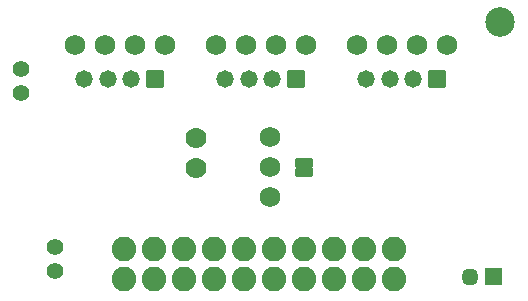
<source format=gbs>
%TF.GenerationSoftware,KiCad,Pcbnew,(5.1.9)-1*%
%TF.CreationDate,2021-02-11T09:32:34-08:00*%
%TF.ProjectId,KNH002rev4,4b4e4830-3032-4726-9576-342e6b696361,rev?*%
%TF.SameCoordinates,Original*%
%TF.FileFunction,Soldermask,Bot*%
%TF.FilePolarity,Negative*%
%FSLAX46Y46*%
G04 Gerber Fmt 4.6, Leading zero omitted, Abs format (unit mm)*
G04 Created by KiCad (PCBNEW (5.1.9)-1) date 2021-02-11 09:32:34*
%MOMM*%
%LPD*%
G01*
G04 APERTURE LIST*
%ADD10C,1.727200*%
%ADD11C,1.473200*%
%ADD12O,1.451600X1.451600*%
%ADD13C,2.501600*%
%ADD14C,1.422400*%
%ADD15C,1.778000*%
%ADD16C,2.082800*%
G04 APERTURE END LIST*
D10*
%TO.C,U2*%
X149326500Y-108757800D03*
X149326500Y-106217800D03*
X149326500Y-103677800D03*
%TD*%
D11*
%TO.C,J1*%
X133601100Y-98775600D03*
X135601100Y-98775600D03*
X137601100Y-98775600D03*
G36*
G01*
X140337700Y-98140600D02*
X140337700Y-99410600D01*
G75*
G02*
X140236100Y-99512200I-101600J0D01*
G01*
X138966100Y-99512200D01*
G75*
G02*
X138864500Y-99410600I0J101600D01*
G01*
X138864500Y-98140600D01*
G75*
G02*
X138966100Y-98039000I101600J0D01*
G01*
X140236100Y-98039000D01*
G75*
G02*
X140337700Y-98140600I0J-101600D01*
G01*
G37*
%TD*%
D12*
%TO.C,J10*%
X166275000Y-115506500D03*
G36*
G01*
X167600000Y-114780700D02*
X168950000Y-114780700D01*
G75*
G02*
X169000800Y-114831500I0J-50800D01*
G01*
X169000800Y-116181500D01*
G75*
G02*
X168950000Y-116232300I-50800J0D01*
G01*
X167600000Y-116232300D01*
G75*
G02*
X167549200Y-116181500I0J50800D01*
G01*
X167549200Y-114831500D01*
G75*
G02*
X167600000Y-114780700I50800J0D01*
G01*
G37*
%TD*%
D13*
%TO.C,J11*%
X168833700Y-93924200D03*
%TD*%
D14*
%TO.C,J9*%
X128244500Y-97937400D03*
X128244500Y-99937402D03*
%TD*%
D15*
%TO.C,C1*%
X143078100Y-103728600D03*
X143078100Y-106268600D03*
%TD*%
D14*
%TO.C,J8*%
X131089300Y-113006199D03*
X131089300Y-115006201D03*
%TD*%
D11*
%TO.C,J2*%
X145539100Y-98775600D03*
X147539100Y-98775600D03*
X149539100Y-98775600D03*
G36*
G01*
X152275700Y-98140600D02*
X152275700Y-99410600D01*
G75*
G02*
X152174100Y-99512200I-101600J0D01*
G01*
X150904100Y-99512200D01*
G75*
G02*
X150802500Y-99410600I0J101600D01*
G01*
X150802500Y-98140600D01*
G75*
G02*
X150904100Y-98039000I101600J0D01*
G01*
X152174100Y-98039000D01*
G75*
G02*
X152275700Y-98140600I0J-101600D01*
G01*
G37*
%TD*%
D16*
%TO.C,J4*%
X159842100Y-115666600D03*
X159842100Y-113126600D03*
X157302100Y-115666600D03*
X157302100Y-113126600D03*
X154762100Y-115666600D03*
X154762100Y-113126600D03*
X152222100Y-115666600D03*
X152222100Y-113126600D03*
X149682100Y-115666600D03*
X149682100Y-113126600D03*
X147142100Y-115666600D03*
X147142100Y-113126600D03*
X144602100Y-115666600D03*
X144602100Y-113126600D03*
X142062100Y-115666600D03*
X142062100Y-113126600D03*
X139522100Y-115666600D03*
X139522100Y-113126600D03*
X136982100Y-115666600D03*
X136982100Y-113126600D03*
%TD*%
D11*
%TO.C,J3*%
X157477100Y-98775600D03*
X159477100Y-98775600D03*
X161477100Y-98775600D03*
G36*
G01*
X164213700Y-98140600D02*
X164213700Y-99410600D01*
G75*
G02*
X164112100Y-99512200I-101600J0D01*
G01*
X162842100Y-99512200D01*
G75*
G02*
X162740500Y-99410600I0J101600D01*
G01*
X162740500Y-98140600D01*
G75*
G02*
X162842100Y-98039000I101600J0D01*
G01*
X164112100Y-98039000D01*
G75*
G02*
X164213700Y-98140600I0J-101600D01*
G01*
G37*
%TD*%
D10*
%TO.C,J5*%
X132791100Y-95854600D03*
X135331100Y-95854600D03*
X137871100Y-95854600D03*
X140411100Y-95854600D03*
%TD*%
%TO.C,J6*%
X144729100Y-95854600D03*
X147269100Y-95854600D03*
X149809100Y-95854600D03*
X152349100Y-95854600D03*
%TD*%
%TO.C,J7*%
X156667100Y-95854600D03*
X159207100Y-95854600D03*
X161747100Y-95854600D03*
X164287100Y-95854600D03*
%TD*%
%TO.C,JP1*%
G36*
G01*
X152857100Y-106281300D02*
X151587100Y-106281300D01*
G75*
G02*
X151485500Y-106179700I0J101600D01*
G01*
X151485500Y-105544700D01*
G75*
G02*
X151587100Y-105443100I101600J0D01*
G01*
X152857100Y-105443100D01*
G75*
G02*
X152958700Y-105544700I0J-101600D01*
G01*
X152958700Y-106179700D01*
G75*
G02*
X152857100Y-106281300I-101600J0D01*
G01*
G37*
G36*
G01*
X152857100Y-107094100D02*
X151587100Y-107094100D01*
G75*
G02*
X151485500Y-106992500I0J101600D01*
G01*
X151485500Y-106357500D01*
G75*
G02*
X151587100Y-106255900I101600J0D01*
G01*
X152857100Y-106255900D01*
G75*
G02*
X152958700Y-106357500I0J-101600D01*
G01*
X152958700Y-106992500D01*
G75*
G02*
X152857100Y-107094100I-101600J0D01*
G01*
G37*
%TD*%
M02*

</source>
